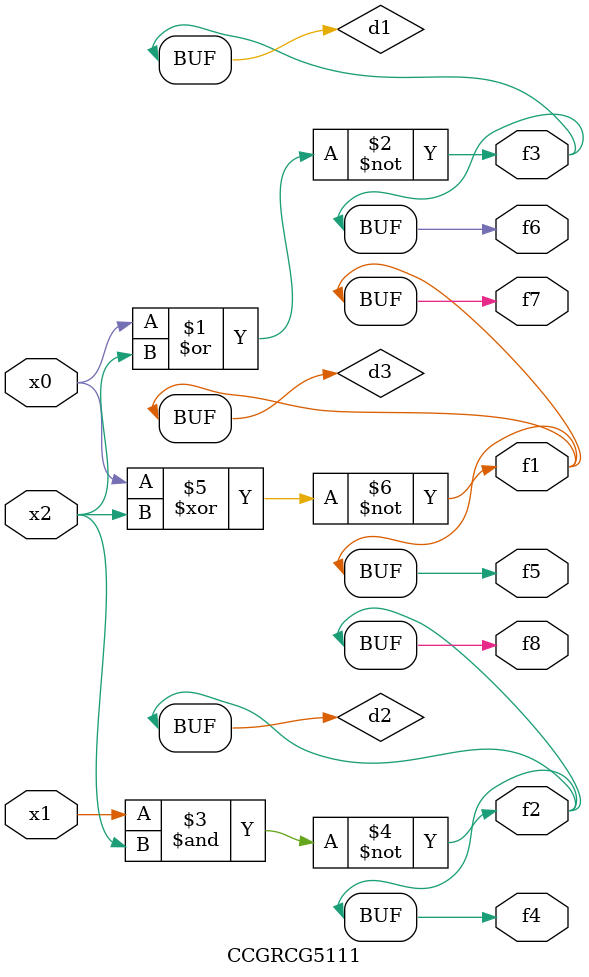
<source format=v>
module CCGRCG5111(
	input x0, x1, x2,
	output f1, f2, f3, f4, f5, f6, f7, f8
);

	wire d1, d2, d3;

	nor (d1, x0, x2);
	nand (d2, x1, x2);
	xnor (d3, x0, x2);
	assign f1 = d3;
	assign f2 = d2;
	assign f3 = d1;
	assign f4 = d2;
	assign f5 = d3;
	assign f6 = d1;
	assign f7 = d3;
	assign f8 = d2;
endmodule

</source>
